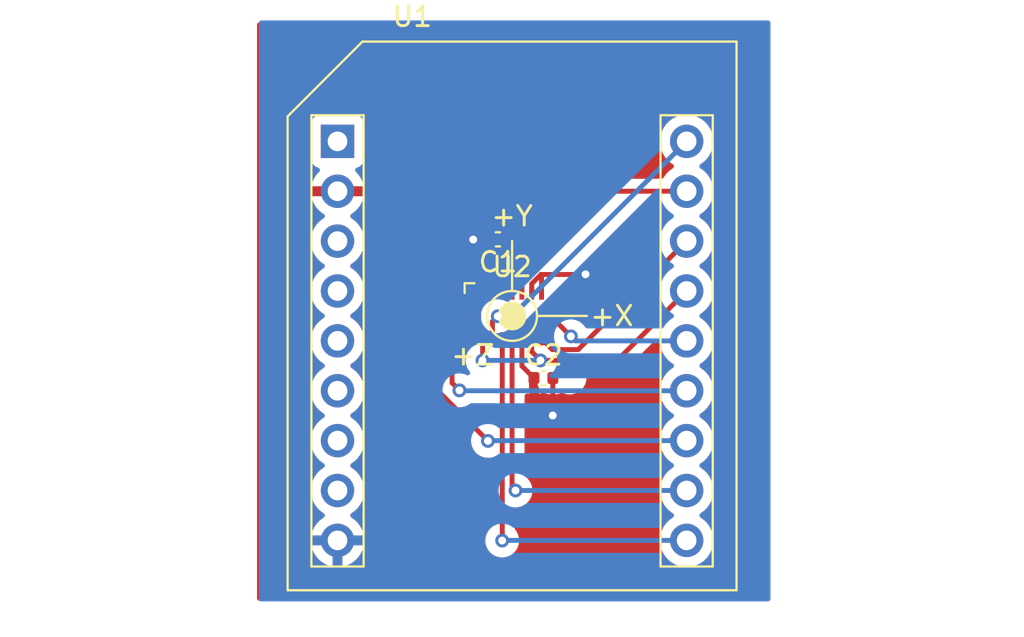
<source format=kicad_pcb>
(kicad_pcb (version 20211014) (generator pcbnew)
  (layers (0 "F.Cu" signal) (31 "B.Cu" signal) (34 "B.Paste" user) (35 "F.Paste" user) (36 "B.SilkS" user "B.Silkscreen") (37 "F.SilkS" user "F.Silkscreen") (38 "B.Mask" user) (39 "F.Mask" user) (44 "Edge.Cuts" user))
  (net 0 "")
  (net 1 "GND")
  (net 2 "+3V3")
  (net 3 "/IMU.INT2")
  (net 4 "/IMU.~{SS}2")
  (net 5 "/ACC.SCK")
  (net 6 "/IMU.MOSI")
  (net 7 "/IMU.MISO")
  (net 8 "/IMU.INT3")
  (net 9 "/IMU.INT4")
  (net 10 "/IMU.~{SS}1")
  (net 11 "/IMU.INT1")
  (net 12 "+5V")
  (net 13 "/ACC.~{SS}")
  (net 14 "/ACC.MOSI")
  (net 15 "/ACC.MISO")
  (net 16 "/ACC.INT1")
  (net 17 "/ACC.INT2")
  (net 18 "/IMU.SCK")
  (footprint "Capacitor_SMD:C_0402_1005Metric" (layer "F.Cu") (at 118.66 82.46 180)
    (fp_text reference "C1" (at 0 -1.16) (layer "F.SilkS"))
    (fp_text value "0.1uF 63V")
    (fp_line (start -0.107836 -0.36) (end 0.107836 -0.36) (layer "F.SilkS") (width 0.12))
    (fp_line (start -0.107836 0.36) (end 0.107836 0.36) (layer "F.SilkS") (width 0.12))
    (pad "1" smd roundrect locked (at -0.48 0 180) (size 0.56 0.62) (layers "F.Cu" "F.Paste" "F.Mask") (net 2 "+3V3"))
    (pad "2" smd roundrect locked (at 0.48 0 180) (size 0.56 0.62) (layers "F.Cu" "F.Paste" "F.Mask") (net 1 "GND"))
  )
  (footprint "AT-Modules:MODULE_18P_22.86X27.94MM_TH" (layer "F.Cu") (at 119.38 86.36)
    (fp_text reference "U1" (at -5.08 -15.24) (layer "F.SilkS"))
    (fp_text value "IMU-Breakout_1xAcc(1xSS+1xSPI+2xINT),1xIMU(2xSS+1xSPI+4xINT)")
    (fp_text user "+Y" (at 0 -5.08 unlocked) (layer "F.SilkS"))
    (fp_text user "+X" (at 5.08 0 unlocked) (layer "F.SilkS"))
    (fp_text user "+Z" (at -2 2 unlocked) (layer "F.SilkS"))
    (fp_line (start 7.56 -10.22) (end 10.22 -10.22) (layer "F.SilkS") (width 0.12))
    (fp_line (start 7.56 12.76) (end 7.56 -10.22) (layer "F.SilkS") (width 0.12))
    (fp_line (start 11.43 -13.97) (end 11.43 13.97) (layer "F.SilkS") (width 0.12))
    (fp_line (start 0 -1.27) (end 0 -3.81) (layer "F.SilkS") (width 0.12))
    (fp_line (start -10.22 12.76) (end -10.22 -10.22) (layer "F.SilkS") (width 0.12))
    (fp_line (start -11.43 -10.16) (end -7.62 -13.97) (layer "F.SilkS") (width 0.12))
    (fp_line (start 10.22 12.76) (end 7.56 12.76) (layer "F.SilkS") (width 0.12))
    (fp_line (start -7.56 12.76) (end -10.22 12.76) (layer "F.SilkS") (width 0.12))
    (fp_line (start 10.22 -10.22) (end 10.22 12.76) (layer "F.SilkS") (width 0.12))
    (fp_line (start -7.56 -10.22) (end -7.56 12.76) (layer "F.SilkS") (width 0.12))
    (fp_line (start 1.27 0) (end 3.81 0) (layer "F.SilkS") (width 0.12))
    (fp_line (start -11.43 13.97) (end -11.43 -10.16) (layer "F.SilkS") (width 0.12))
    (fp_line (start -10.22 -10.22) (end -7.56 -10.22) (layer "F.SilkS") (width 0.12))
    (fp_line (start 11.43 13.97) (end -11.43 13.97) (layer "F.SilkS") (width 0.12))
    (fp_line (start -7.62 -13.97) (end 11.43 -13.97) (layer "F.SilkS") (width 0.12))
    (fp_circle (center 0 0) (end 0 1.27) (layer "F.SilkS") (width 0.12) (fill none))
    (fp_circle (center 0 0) (end 0 0.675) (layer "F.SilkS") (width 0.12) (fill solid))
    (pad "1" thru_hole rect locked (at -8.89 -8.89) (size 1.7 1.7) (drill 1) (layers *.Cu *.Mask) (net 12 "+5V"))
    (pad "2" thru_hole oval locked (at -8.89 -6.35) (size 1.7 1.7) (drill 1) (layers *.Cu *.Mask) (net 2 "+3V3"))
    (pad "3" thru_hole oval locked (at -8.89 -3.81) (size 1.7 1.7) (drill 1) (layers *.Cu *.Mask) (net 13 "/ACC.~{SS}"))
    (pad "4" thru_hole oval locked (at -8.89 -1.27) (size 1.7 1.7) (drill 1) (layers *.Cu *.Mask) (net 14 "/ACC.MOSI"))
    (pad "5" thru_hole oval locked (at -8.89 1.27) (size 1.7 1.7) (drill 1) (layers *.Cu *.Mask) (net 15 "/ACC.MISO"))
    (pad "6" thru_hole oval locked (at -8.89 3.81) (size 1.7 1.7) (drill 1) (layers *.Cu *.Mask) (net 5 "/ACC.SCK"))
    (pad "7" thru_hole oval locked (at -8.89 6.35) (size 1.7 1.7) (drill 1) (layers *.Cu *.Mask) (net 16 "/ACC.INT1"))
    (pad "8" thru_hole oval locked (at -8.89 8.89) (size 1.7 1.7) (drill 1) (layers *.Cu *.Mask) (net 17 "/ACC.INT2"))
    (pad "9" thru_hole oval locked (at -8.89 11.43 180) (size 1.7 1.7) (drill 1) (layers *.Cu *.Mask) (net 1 "GND"))
    (pad "10" thru_hole oval locked (at 8.89 11.43 180) (size 1.7 1.7) (drill 1) (layers *.Cu *.Mask) (net 9 "/IMU.INT4"))
    (pad "11" thru_hole oval locked (at 8.89 8.89) (size 1.7 1.7) (drill 1) (layers *.Cu *.Mask) (net 8 "/IMU.INT3"))
    (pad "12" thru_hole oval locked (at 8.89 6.35) (size 1.7 1.7) (drill 1) (layers *.Cu *.Mask) (net 3 "/IMU.INT2"))
    (pad "13" thru_hole oval locked (at 8.89 3.81) (size 1.7 1.7) (drill 1) (layers *.Cu *.Mask) (net 11 "/IMU.INT1"))
    (pad "14" thru_hole oval locked (at 8.89 1.27) (size 1.7 1.7) (drill 1) (layers *.Cu *.Mask) (net 18 "/IMU.SCK"))
    (pad "15" thru_hole oval locked (at 8.89 -1.27) (size 1.7 1.7) (drill 1) (layers *.Cu *.Mask) (net 7 "/IMU.MISO"))
    (pad "16" thru_hole oval locked (at 8.89 -3.81) (size 1.7 1.7) (drill 1) (layers *.Cu *.Mask) (net 6 "/IMU.MOSI"))
    (pad "17" thru_hole oval locked (at 8.89 -6.35) (size 1.7 1.7) (drill 1) (layers *.Cu *.Mask) (net 4 "/IMU.~{SS}2"))
    (pad "18" thru_hole oval locked (at 8.89 -8.89) (size 1.7 1.7) (drill 1) (layers *.Cu *.Mask) (net 10 "/IMU.~{SS}1"))
  )
  (footprint "AT-IMU:LGA-16_3.0x4.5x0.95mm" (layer "F.Cu") (at 119.38 86.36)
    (fp_text reference "U2" (at 0 -2.5) (layer "F.SilkS"))
    (fp_text value "BMI085")
    (fp_line (start -2.415 -1.165) (end -2.415 -1.665) (layer "F.SilkS") (width 0.12))
    (fp_line (start -2.415 -1.665) (end -1.915 -1.665) (layer "F.SilkS") (width 0.12))
    (pad "1" smd rect locked (at -1.5 -1.165) (size 0.25 0.675) (layers "F.Cu" "F.Paste" "F.Mask") (net 3 "/IMU.INT2"))
    (pad "2" smd rect locked (at -1 -1.165) (size 0.25 0.675) (layers "F.Cu" "F.Paste" "F.Mask") (net 1 "GND"))
    (pad "3" smd rect locked (at -0.5 -1.165) (size 0.25 0.675) (layers "F.Cu" "F.Paste" "F.Mask") (net 2 "+3V3"))
    (pad "4" smd rect locked (at 0 -1.165) (size 0.25 0.675) (layers "F.Cu" "F.Paste" "F.Mask") (net 1 "GND"))
    (pad "5" smd rect locked (at 0.5 -1.165) (size 0.25 0.675) (layers "F.Cu" "F.Paste" "F.Mask") (net 4 "/IMU.~{SS}2"))
    (pad "6" smd rect locked (at 1 -1.165) (size 0.25 0.675) (layers "F.Cu" "F.Paste" "F.Mask") (net 1 "GND"))
    (pad "7" smd rect locked (at 1.5 -1.165) (size 0.25 0.675) (layers "F.Cu" "F.Paste" "F.Mask") (net 1 "GND"))
    (pad "8" smd rect locked (at 1.915 0 270) (size 0.25 0.675) (layers "F.Cu" "F.Paste" "F.Mask") (net 18 "/IMU.SCK"))
    (pad "9" smd rect locked (at 1.5 1.165) (size 0.25 0.675) (layers "F.Cu" "F.Paste" "F.Mask") (net 6 "/IMU.MOSI"))
    (pad "10" smd rect locked (at 1 1.165) (size 0.25 0.675) (layers "F.Cu" "F.Paste" "F.Mask") (net 7 "/IMU.MISO"))
    (pad "11" smd rect locked (at 0.5 1.165) (size 0.25 0.675) (layers "F.Cu" "F.Paste" "F.Mask") (net 2 "+3V3"))
    (pad "12" smd rect locked (at 0 1.165) (size 0.25 0.675) (layers "F.Cu" "F.Paste" "F.Mask") (net 8 "/IMU.INT3"))
    (pad "13" smd rect locked (at -0.5 1.165) (size 0.25 0.675) (layers "F.Cu" "F.Paste" "F.Mask") (net 9 "/IMU.INT4"))
    (pad "14" smd rect locked (at -1 1.165) (size 0.25 0.675) (layers "F.Cu" "F.Paste" "F.Mask") (net 10 "/IMU.~{SS}1"))
    (pad "15" smd rect locked (at -1.5 1.165) (size 0.25 0.675) (layers "F.Cu" "F.Paste" "F.Mask") (net 7 "/IMU.MISO"))
    (pad "16" smd rect locked (at -1.915 0 90) (size 0.25 0.675) (layers "F.Cu" "F.Paste" "F.Mask") (net 11 "/IMU.INT1"))
  )
  (footprint "Capacitor_SMD:C_0402_1005Metric" (layer "F.Cu") (at 120.975 89.525)
    (fp_text reference "C2" (at 0 -1.16) (layer "F.SilkS"))
    (fp_text value "0.1uF 63V")
    (fp_line (start -0.107836 -0.36) (end 0.107836 -0.36) (layer "F.SilkS") (width 0.12))
    (fp_line (start -0.107836 0.36) (end 0.107836 0.36) (layer "F.SilkS") (width 0.12))
    (pad "1" smd roundrect locked (at -0.48 0) (size 0.56 0.62) (layers "F.Cu" "F.Paste" "F.Mask") (net 2 "+3V3"))
    (pad "2" smd roundrect locked (at 0.48 0) (size 0.56 0.62) (layers "F.Cu" "F.Paste" "F.Mask") (net 1 "GND"))
  )
  (segment (start 121.45 89.53) (end 121.455 89.525) (width 0.25) (layer "F.Cu") (net 1))
  (segment (start 121.45 91.43) (end 121.45 89.53) (width 0.25) (layer "F.Cu") (net 1))
  (segment (start 120.88 85.195) (end 120.88 84.27) (width 0.25) (layer "F.Cu") (net 1))
  (segment (start 117.41 82.46) (end 117.4 82.47) (width 0.25) (layer "F.Cu") (net 1))
  (segment (start 123.11 84.25) (end 123.12 84.24) (width 0.25) (layer "F.Cu") (net 1))
  (segment (start 120.38 84.719196) (end 120.854598 84.244598) (width 0.25) (layer "F.Cu") (net 1))
  (segment (start 120.86 84.25) (end 123.11 84.25) (width 0.25) (layer "F.Cu") (net 1))
  (segment (start 120.88 84.27) (end 120.854598 84.244598) (width 0.25) (layer "F.Cu") (net 1))
  (segment (start 118.18 82.46) (end 117.41 82.46) (width 0.25) (layer "F.Cu") (net 1))
  (segment (start 118.18 82.46) (end 118.38 82.66) (width 0.25) (layer "F.Cu") (net 1))
  (segment (start 120.38 85.195) (end 120.38 84.719196) (width 0.25) (layer "F.Cu") (net 1))
  (segment (start 118.38 82.66) (end 118.38 85.195) (width 0.25) (layer "F.Cu") (net 1))
  (segment (start 120.854598 84.244598) (end 120.86 84.25) (width 0.25) (layer "F.Cu") (net 1))
  (via (at 123.12 84.24) (size 0.7) (drill 0.4) (layers "F.Cu" "B.Cu") (net 1))
  (via (at 117.4 82.47) (size 0.7) (drill 0.4) (layers "F.Cu" "B.Cu") (net 1))
  (via (at 121.45 91.43) (size 0.7) (drill 0.4) (layers "F.Cu" "B.Cu") (net 1))
  (segment (start 119.14 82.46) (end 118.88 82.72) (width 0.25) (layer "F.Cu") (net 2))
  (segment (start 119.88 87.525) (end 119.88 88.91) (width 0.25) (layer "F.Cu") (net 2))
  (segment (start 119.88 88.91) (end 120.495 89.525) (width 0.25) (layer "F.Cu") (net 2))
  (segment (start 118.88 82.72) (end 118.88 85.195) (width 0.25) (layer "F.Cu") (net 2))
  (segment (start 117.88 84.28) (end 117.88 85.195) (width 0.25) (layer "F.Cu") (net 3))
  (segment (start 115.15 89.725) (end 115.15 84.275) (width 0.25) (layer "F.Cu") (net 3))
  (segment (start 118.15 92.725) (end 115.15 89.725) (width 0.25) (layer "F.Cu") (net 3))
  (segment (start 115.5 83.925) (end 117.525 83.925) (width 0.25) (layer "F.Cu") (net 3))
  (segment (start 115.15 84.275) (end 115.5 83.925) (width 0.25) (layer "F.Cu") (net 3))
  (segment (start 117.525 83.925) (end 117.88 84.28) (width 0.25) (layer "F.Cu") (net 3))
  (via (at 118.15 92.725) (size 0.7) (drill 0.4) (layers "F.Cu" "B.Cu") (net 3))
  (segment (start 118.15 92.725) (end 118.165 92.71) (width 0.25) (layer "B.Cu") (net 3))
  (segment (start 118.165 92.71) (end 128.27 92.71) (width 0.25) (layer "B.Cu") (net 3))
  (segment (start 119.88 84.583478) (end 124.453478 80.01) (width 0.25) (layer "F.Cu") (net 4))
  (segment (start 124.453478 80.01) (end 128.27 80.01) (width 0.25) (layer "F.Cu") (net 4))
  (segment (start 119.88 85.195) (end 119.88 84.583478) (width 0.25) (layer "F.Cu") (net 4))
  (segment (start 121.429511 88.074511) (end 122.745489 88.074511) (width 0.25) (layer "F.Cu") (net 6))
  (segment (start 122.745489 88.074511) (end 128.27 82.55) (width 0.25) (layer "F.Cu") (net 6))
  (segment (start 120.88 87.525) (end 121.429511 88.074511) (width 0.25) (layer "F.Cu") (net 6))
  (segment (start 120.825 88.625) (end 124.735 88.625) (width 0.25) (layer "F.Cu") (net 7))
  (segment (start 124.735 88.625) (end 128.27 85.09) (width 0.25) (layer "F.Cu") (net 7))
  (segment (start 120.825 88.625) (end 120.38 88.18) (width 0.25) (layer "F.Cu") (net 7))
  (segment (start 120.38 88.18) (end 120.38 87.525) (width 0.25) (layer "F.Cu") (net 7))
  (segment (start 117.875 88.625) (end 117.88 88.62) (width 0.25) (layer "F.Cu") (net 7))
  (segment (start 117.88 88.62) (end 117.88 87.525) (width 0.25) (layer "F.Cu") (net 7))
  (via (at 120.825 88.625) (size 0.7) (drill 0.4) (layers "F.Cu" "B.Cu") (net 7))
  (via (at 117.875 88.625) (size 0.7) (drill 0.4) (layers "F.Cu" "B.Cu") (net 7))
  (segment (start 117.875 88.625) (end 120.825 88.625) (width 0.25) (layer "B.Cu") (net 7))
  (segment (start 119.5545 95.25) (end 119.38 95.0755) (width 0.25) (layer "F.Cu") (net 8))
  (segment (start 119.38 95.0755) (end 119.38 87.525) (width 0.25) (layer "F.Cu") (net 8))
  (via (at 119.5545 95.25) (size 0.7) (drill 0.4) (layers "F.Cu" "B.Cu") (net 8))
  (segment (start 119.5545 95.25) (end 128.27 95.25) (width 0.25) (layer "B.Cu") (net 8))
  (segment (start 118.88 97.795) (end 118.88 87.525) (width 0.25) (layer "F.Cu") (net 9))
  (segment (start 118.875 97.8) (end 118.88 97.795) (width 0.25) (layer "F.Cu") (net 9))
  (via (at 118.875 97.8) (size 0.7) (drill 0.4) (layers "F.Cu" "B.Cu") (net 9))
  (segment (start 118.875 97.8) (end 118.885 97.79) (width 0.25) (layer "B.Cu") (net 9))
  (segment (start 118.885 97.79) (end 128.27 97.79) (width 0.25) (layer "B.Cu") (net 9))
  (segment (start 118.38 87.525) (end 118.38 86.645) (width 0.25) (layer "F.Cu") (net 10))
  (segment (start 118.38 86.645) (end 118.65 86.375) (width 0.25) (layer "F.Cu") (net 10))
  (via (at 118.65 86.375) (size 0.7) (drill 0.4) (layers "F.Cu" "B.Cu") (net 10))
  (segment (start 119.365 86.375) (end 128.27 77.47) (width 0.25) (layer "B.Cu") (net 10))
  (segment (start 118.65 86.375) (end 119.365 86.375) (width 0.25) (layer "B.Cu") (net 10))
  (segment (start 117.465 86.36) (end 116.715 86.36) (width 0.25) (layer "F.Cu") (net 11))
  (segment (start 116.325 86.75) (end 116.325 89.7755) (width 0.25) (layer "F.Cu") (net 11))
  (segment (start 116.715 86.36) (end 116.325 86.75) (width 0.25) (layer "F.Cu") (net 11))
  (segment (start 116.325 89.7755) (end 116.6995 90.15) (width 0.25) (layer "F.Cu") (net 11))
  (via (at 116.6995 90.15) (size 0.7) (drill 0.4) (layers "F.Cu" "B.Cu") (net 11))
  (segment (start 116.6995 90.15) (end 116.7195 90.17) (width 0.25) (layer "B.Cu") (net 11))
  (segment (start 116.7195 90.17) (end 128.27 90.17) (width 0.25) (layer "B.Cu") (net 11))
  (segment (start 122.375 87.4) (end 121.335 86.36) (width 0.25) (layer "F.Cu") (net 18))
  (segment (start 121.335 86.36) (end 121.295 86.36) (width 0.25) (layer "F.Cu") (net 18))
  (via (at 122.375 87.4) (size 0.7) (drill 0.4) (layers "F.Cu" "B.Cu") (net 18))
  (segment (start 122.605 87.63) (end 128.27 87.63) (width 0.25) (layer "B.Cu") (net 18))
  (segment (start 122.375 87.4) (end 122.605 87.63) (width 0.25) (layer "B.Cu") (net 18))
  (zone (net 2) (net_name "+3V3") (layer "F.Cu") (connect_pads (clearance 0.508)) (min_thickness 0.254) (fill yes (thermal_gap 0.508) (thermal_bridge_width 0.508))
    (polygon (pts (xy 132.53 100.87) (xy 106.39 100.87) (xy 106.39 71.4) (xy 132.53 71.4)))
  )
  (zone (net 1) (net_name "GND") (layer "B.Cu") (connect_pads (clearance 0.508)) (min_thickness 0.254) (fill yes (thermal_gap 0.508) (thermal_bridge_width 0.508))
    (polygon (pts (xy 132.54 100.9) (xy 106.49 100.9) (xy 106.49 71.31) (xy 132.54 71.31)))
  )
)
</source>
